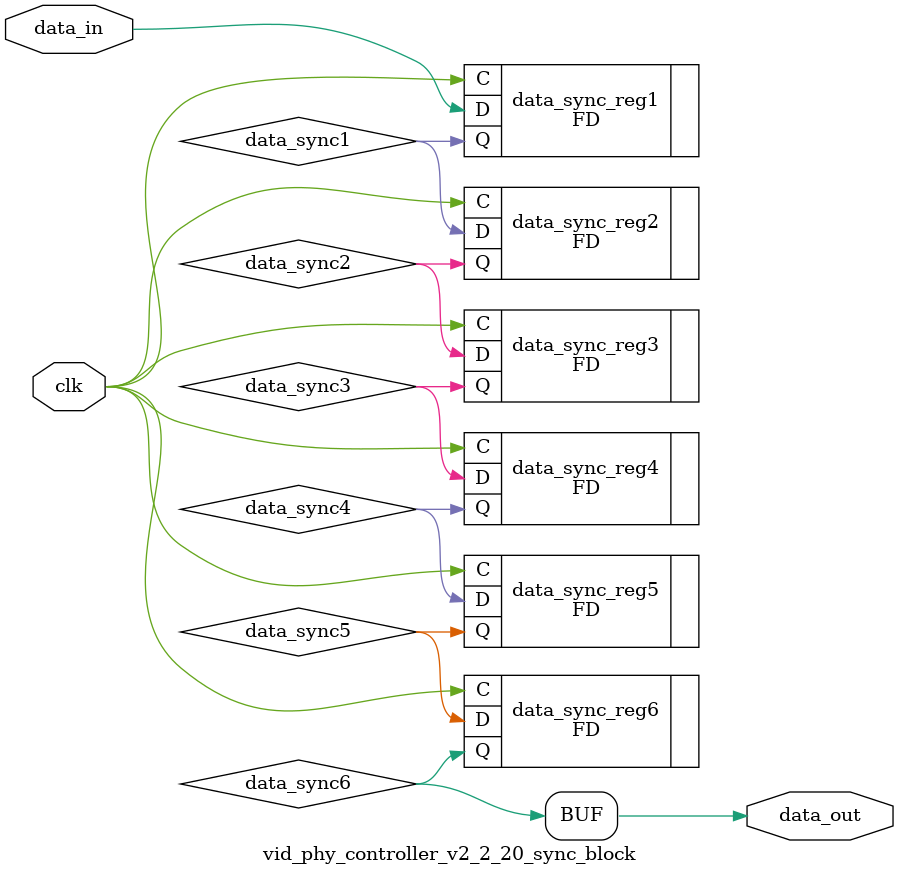
<source format=v>




`timescale 1ps / 1ps

//(* dont_touch = "yes" *)
module vid_phy_controller_v2_2_20_sync_block
  #(
  parameter INITIALISE = 6'b000000
)
(
  input        clk,              // clock to be sync'ed to
  input        data_in,          // Data to be 'synced'
  output       data_out          // synced data
);

  // Internal Signals
  wire data_sync1;
  wire data_sync2;
  wire data_sync3;
  wire data_sync4;
  wire data_sync5;
  wire data_sync6;


  (* shreg_extract = "no", ASYNC_REG = "TRUE" *)
  FD #(
    .INIT (INITIALISE[0])
  ) data_sync_reg1 (
    .C  (clk),
    .D  (data_in),
    .Q  (data_sync1)
  );


  (* shreg_extract = "no", ASYNC_REG = "TRUE" *)
  FD #(
   .INIT (INITIALISE[1])
  ) data_sync_reg2 (
  .C  (clk),
  .D  (data_sync1),
  .Q  (data_sync2)
  );


  (* shreg_extract = "no", ASYNC_REG = "TRUE" *)
  FD #(
   .INIT (INITIALISE[2])
  ) data_sync_reg3 (
  .C  (clk),
  .D  (data_sync2),
  .Q  (data_sync3)
  );

  (* shreg_extract = "no", ASYNC_REG = "TRUE" *)
  FD #(
   .INIT (INITIALISE[3])
  ) data_sync_reg4 (
  .C  (clk),
  .D  (data_sync3),
  .Q  (data_sync4)
  );

  (* shreg_extract = "no", ASYNC_REG = "TRUE" *)
  FD #(
   .INIT (INITIALISE[4])
  ) data_sync_reg5 (
  .C  (clk),
  .D  (data_sync4),
  .Q  (data_sync5)
  );

  (* shreg_extract = "no", ASYNC_REG = "TRUE" *)
  FD #(
   .INIT (INITIALISE[5])
  ) data_sync_reg6 (
  .C  (clk),
  .D  (data_sync5),
  .Q  (data_sync6)
  );
  assign data_out = data_sync6;



endmodule

</source>
